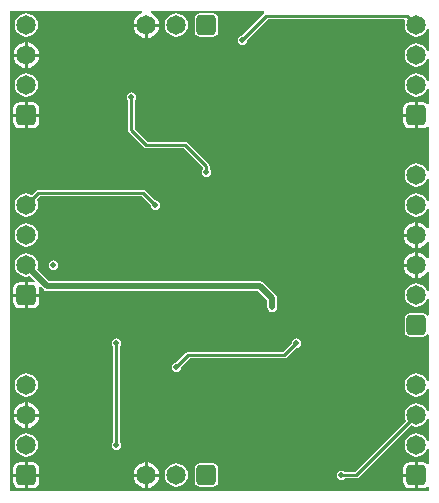
<source format=gbl>
G04 Layer_Physical_Order=2*
G04 Layer_Color=16711680*
%FSLAX25Y25*%
%MOIN*%
G70*
G01*
G75*
%ADD14C,0.01000*%
%ADD15C,0.06500*%
G04:AMPARAMS|DCode=16|XSize=65mil|YSize=65mil|CornerRadius=9.75mil|HoleSize=0mil|Usage=FLASHONLY|Rotation=0.000|XOffset=0mil|YOffset=0mil|HoleType=Round|Shape=RoundedRectangle|*
%AMROUNDEDRECTD16*
21,1,0.06500,0.04550,0,0,0.0*
21,1,0.04550,0.06500,0,0,0.0*
1,1,0.01950,0.02275,-0.02275*
1,1,0.01950,-0.02275,-0.02275*
1,1,0.01950,-0.02275,0.02275*
1,1,0.01950,0.02275,0.02275*
%
%ADD16ROUNDEDRECTD16*%
G04:AMPARAMS|DCode=17|XSize=65mil|YSize=65mil|CornerRadius=9.75mil|HoleSize=0mil|Usage=FLASHONLY|Rotation=90.000|XOffset=0mil|YOffset=0mil|HoleType=Round|Shape=RoundedRectangle|*
%AMROUNDEDRECTD17*
21,1,0.06500,0.04550,0,0,90.0*
21,1,0.04550,0.06500,0,0,90.0*
1,1,0.01950,0.02275,0.02275*
1,1,0.01950,0.02275,-0.02275*
1,1,0.01950,-0.02275,-0.02275*
1,1,0.01950,-0.02275,0.02275*
%
%ADD17ROUNDEDRECTD17*%
%ADD18C,0.01968*%
%ADD19C,0.02000*%
G36*
X89144Y164473D02*
X89207Y163793D01*
X89207Y163793D01*
X82024Y156610D01*
X82000Y156615D01*
X81382Y156492D01*
X80858Y156142D01*
X80508Y155618D01*
X80385Y155000D01*
X80508Y154382D01*
X80858Y153858D01*
X81382Y153508D01*
X82000Y153385D01*
X82618Y153508D01*
X83142Y153858D01*
X83492Y154382D01*
X83615Y155000D01*
X83610Y155024D01*
X90465Y161878D01*
X135961D01*
X136362Y161278D01*
X136249Y161005D01*
X136117Y160000D01*
X136249Y158995D01*
X136637Y158058D01*
X137254Y157254D01*
X138058Y156637D01*
X138995Y156249D01*
X140000Y156117D01*
X141005Y156249D01*
X141942Y156637D01*
X142746Y157254D01*
X143363Y158058D01*
X143635Y158716D01*
X144235Y158597D01*
Y151403D01*
X143635Y151284D01*
X143363Y151942D01*
X142746Y152746D01*
X141942Y153363D01*
X141005Y153751D01*
X140000Y153883D01*
X138995Y153751D01*
X138058Y153363D01*
X137254Y152746D01*
X136637Y151942D01*
X136249Y151005D01*
X136117Y150000D01*
X136249Y148995D01*
X136637Y148058D01*
X137254Y147254D01*
X138058Y146637D01*
X138995Y146249D01*
X140000Y146117D01*
X141005Y146249D01*
X141942Y146637D01*
X142746Y147254D01*
X143363Y148058D01*
X143635Y148716D01*
X144235Y148597D01*
Y141403D01*
X143635Y141284D01*
X143363Y141942D01*
X142746Y142746D01*
X141942Y143363D01*
X141005Y143751D01*
X140000Y143883D01*
X138995Y143751D01*
X138058Y143363D01*
X137254Y142746D01*
X136637Y141942D01*
X136249Y141005D01*
X136117Y140000D01*
X136249Y138995D01*
X136637Y138058D01*
X137254Y137254D01*
X138058Y136637D01*
X138995Y136249D01*
X140000Y136117D01*
X141005Y136249D01*
X141942Y136637D01*
X142746Y137254D01*
X143363Y138058D01*
X143635Y138716D01*
X144235Y138596D01*
Y133976D01*
X143922Y133814D01*
X143635Y133741D01*
X143046Y134135D01*
X142275Y134289D01*
X140500D01*
Y130000D01*
Y125711D01*
X142275D01*
X143046Y125865D01*
X143635Y126259D01*
X143922Y126186D01*
X144235Y126024D01*
Y111404D01*
X143635Y111284D01*
X143363Y111942D01*
X142746Y112746D01*
X141942Y113363D01*
X141005Y113751D01*
X140000Y113883D01*
X138995Y113751D01*
X138058Y113363D01*
X137254Y112746D01*
X136637Y111942D01*
X136249Y111005D01*
X136117Y110000D01*
X136249Y108995D01*
X136637Y108058D01*
X137254Y107254D01*
X138058Y106637D01*
X138995Y106249D01*
X140000Y106117D01*
X141005Y106249D01*
X141942Y106637D01*
X142746Y107254D01*
X143363Y108058D01*
X143635Y108716D01*
X144235Y108597D01*
Y101403D01*
X143635Y101284D01*
X143363Y101942D01*
X142746Y102746D01*
X141942Y103363D01*
X141005Y103751D01*
X140000Y103883D01*
X138995Y103751D01*
X138058Y103363D01*
X137254Y102746D01*
X136637Y101942D01*
X136249Y101005D01*
X136117Y100000D01*
X136249Y98995D01*
X136637Y98058D01*
X137254Y97254D01*
X138058Y96637D01*
X138995Y96249D01*
X140000Y96117D01*
X141005Y96249D01*
X141942Y96637D01*
X142746Y97254D01*
X143363Y98058D01*
X143635Y98716D01*
X144235Y98597D01*
Y92404D01*
X144033Y92303D01*
X143635Y92244D01*
X143031Y93031D01*
X142143Y93712D01*
X141110Y94141D01*
X140500Y94221D01*
Y90000D01*
Y85779D01*
X141110Y85859D01*
X142143Y86288D01*
X143031Y86969D01*
X143635Y87756D01*
X144033Y87697D01*
X144235Y87596D01*
Y82404D01*
X144033Y82303D01*
X143635Y82244D01*
X143031Y83031D01*
X142143Y83712D01*
X141110Y84141D01*
X140500Y84221D01*
Y80000D01*
Y75779D01*
X141110Y75859D01*
X142143Y76288D01*
X143031Y76969D01*
X143635Y77756D01*
X144033Y77697D01*
X144235Y77596D01*
Y71403D01*
X143635Y71284D01*
X143363Y71942D01*
X142746Y72746D01*
X141942Y73363D01*
X141005Y73751D01*
X140000Y73883D01*
X138995Y73751D01*
X138058Y73363D01*
X137254Y72746D01*
X136637Y71942D01*
X136249Y71005D01*
X136117Y70000D01*
X136249Y68995D01*
X136637Y68058D01*
X137254Y67254D01*
X138058Y66637D01*
X138995Y66249D01*
X140000Y66117D01*
X141005Y66249D01*
X141942Y66637D01*
X142746Y67254D01*
X143363Y68058D01*
X143635Y68716D01*
X144235Y68597D01*
Y63256D01*
X143635Y63074D01*
X143411Y63411D01*
X142889Y63759D01*
X142275Y63881D01*
X137725D01*
X137110Y63759D01*
X136590Y63411D01*
X136241Y62889D01*
X136119Y62275D01*
Y57725D01*
X136241Y57111D01*
X136590Y56590D01*
X137110Y56241D01*
X137725Y56119D01*
X142275D01*
X142889Y56241D01*
X143411Y56590D01*
X143635Y56926D01*
X144235Y56744D01*
Y41403D01*
X143635Y41284D01*
X143363Y41942D01*
X142746Y42746D01*
X141942Y43363D01*
X141005Y43751D01*
X140000Y43883D01*
X138995Y43751D01*
X138058Y43363D01*
X137254Y42746D01*
X136637Y41942D01*
X136249Y41005D01*
X136117Y40000D01*
X136249Y38995D01*
X136637Y38058D01*
X137254Y37254D01*
X138058Y36637D01*
X138995Y36249D01*
X140000Y36117D01*
X141005Y36249D01*
X141942Y36637D01*
X142746Y37254D01*
X143363Y38058D01*
X143635Y38716D01*
X144235Y38596D01*
Y31403D01*
X143635Y31284D01*
X143363Y31942D01*
X142746Y32746D01*
X141942Y33363D01*
X141005Y33751D01*
X140000Y33883D01*
X138995Y33751D01*
X138058Y33363D01*
X137254Y32746D01*
X136637Y31942D01*
X136249Y31005D01*
X136117Y30000D01*
X136249Y28995D01*
X136589Y28175D01*
X119535Y11122D01*
X116156D01*
X116142Y11142D01*
X115618Y11492D01*
X115000Y11615D01*
X114382Y11492D01*
X113858Y11142D01*
X113508Y10618D01*
X113385Y10000D01*
X113508Y9382D01*
X113858Y8858D01*
X114382Y8508D01*
X115000Y8385D01*
X115618Y8508D01*
X116142Y8858D01*
X116156Y8878D01*
X120000D01*
X120000Y8878D01*
X120429Y8964D01*
X120793Y9207D01*
X138175Y26589D01*
X138995Y26249D01*
X140000Y26117D01*
X141005Y26249D01*
X141942Y26637D01*
X142746Y27254D01*
X143363Y28058D01*
X143635Y28716D01*
X144235Y28596D01*
Y21404D01*
X143635Y21284D01*
X143363Y21942D01*
X142746Y22746D01*
X141942Y23363D01*
X141005Y23751D01*
X140000Y23883D01*
X138995Y23751D01*
X138058Y23363D01*
X137254Y22746D01*
X136637Y21942D01*
X136249Y21005D01*
X136117Y20000D01*
X136249Y18995D01*
X136637Y18058D01*
X137254Y17254D01*
X138058Y16637D01*
X138995Y16249D01*
X140000Y16117D01*
X141005Y16249D01*
X141942Y16637D01*
X142746Y17254D01*
X143363Y18058D01*
X143635Y18716D01*
X144235Y18597D01*
Y13976D01*
X143922Y13814D01*
X143635Y13741D01*
X143046Y14135D01*
X142275Y14289D01*
X140500D01*
Y10000D01*
Y5711D01*
X142275D01*
X143046Y5865D01*
X143635Y6259D01*
X143922Y6186D01*
X144235Y6024D01*
Y4702D01*
X4702D01*
Y164590D01*
X48407D01*
X48526Y163990D01*
X47857Y163712D01*
X46969Y163031D01*
X46288Y162143D01*
X45859Y161109D01*
X45779Y160500D01*
X50000D01*
X54221D01*
X54141Y161109D01*
X53712Y162143D01*
X53031Y163031D01*
X52143Y163712D01*
X51474Y163990D01*
X51593Y164590D01*
X89050D01*
X89144Y164473D01*
D02*
G37*
%LPC*%
G36*
X14221Y29500D02*
X10500D01*
Y25779D01*
X11109Y25859D01*
X12143Y26288D01*
X13031Y26969D01*
X13712Y27857D01*
X14141Y28890D01*
X14221Y29500D01*
D02*
G37*
G36*
X9500Y34221D02*
X8890Y34141D01*
X7857Y33712D01*
X6969Y33031D01*
X6288Y32143D01*
X5859Y31109D01*
X5779Y30500D01*
X9500D01*
Y34221D01*
D02*
G37*
G36*
X10500D02*
Y30500D01*
X14221D01*
X14141Y31109D01*
X13712Y32143D01*
X13031Y33031D01*
X12143Y33712D01*
X11109Y34141D01*
X10500Y34221D01*
D02*
G37*
G36*
X10000Y23883D02*
X8995Y23751D01*
X8058Y23363D01*
X7254Y22746D01*
X6637Y21942D01*
X6249Y21005D01*
X6117Y20000D01*
X6249Y18995D01*
X6637Y18058D01*
X7254Y17254D01*
X8058Y16637D01*
X8995Y16249D01*
X10000Y16117D01*
X11005Y16249D01*
X11942Y16637D01*
X12746Y17254D01*
X13363Y18058D01*
X13751Y18995D01*
X13883Y20000D01*
X13751Y21005D01*
X13363Y21942D01*
X12746Y22746D01*
X11942Y23363D01*
X11005Y23751D01*
X10000Y23883D01*
D02*
G37*
G36*
X40000Y55552D02*
X39382Y55429D01*
X38858Y55079D01*
X38508Y54555D01*
X38385Y53937D01*
X38508Y53319D01*
X38858Y52795D01*
X38878Y52781D01*
Y21156D01*
X38858Y21142D01*
X38508Y20618D01*
X38385Y20000D01*
X38508Y19382D01*
X38858Y18858D01*
X39382Y18508D01*
X40000Y18385D01*
X40618Y18508D01*
X41142Y18858D01*
X41492Y19382D01*
X41615Y20000D01*
X41492Y20618D01*
X41142Y21142D01*
X41122Y21156D01*
Y52781D01*
X41142Y52795D01*
X41492Y53319D01*
X41615Y53937D01*
X41492Y54555D01*
X41142Y55079D01*
X40618Y55429D01*
X40000Y55552D01*
D02*
G37*
G36*
X9500Y29500D02*
X5779D01*
X5859Y28890D01*
X6288Y27857D01*
X6969Y26969D01*
X7857Y26288D01*
X8890Y25859D01*
X9500Y25779D01*
Y29500D01*
D02*
G37*
G36*
X14289Y69500D02*
X10500D01*
Y65711D01*
X12275D01*
X13046Y65865D01*
X13699Y66301D01*
X14135Y66954D01*
X14289Y67725D01*
Y69500D01*
D02*
G37*
G36*
X9500Y74289D02*
X7725D01*
X6954Y74135D01*
X6301Y73699D01*
X5865Y73046D01*
X5711Y72275D01*
Y70500D01*
X9500D01*
Y74289D01*
D02*
G37*
G36*
X10000Y83883D02*
X8995Y83751D01*
X8058Y83363D01*
X7254Y82746D01*
X6637Y81942D01*
X6249Y81005D01*
X6117Y80000D01*
X6249Y78995D01*
X6637Y78058D01*
X7254Y77254D01*
X8058Y76637D01*
X8995Y76249D01*
X10000Y76117D01*
X11005Y76249D01*
X11315Y76378D01*
X12921Y74772D01*
X12625Y74219D01*
X12275Y74289D01*
X10500D01*
Y70500D01*
X14289D01*
Y72275D01*
X14219Y72625D01*
X14772Y72921D01*
X15846Y71846D01*
X16376Y71493D01*
X17000Y71369D01*
X87324D01*
X90369Y68324D01*
Y66000D01*
X90493Y65376D01*
X90847Y64846D01*
X91376Y64493D01*
X92000Y64369D01*
X92624Y64493D01*
X93154Y64846D01*
X93507Y65376D01*
X93631Y66000D01*
Y69000D01*
X93507Y69624D01*
X93154Y70153D01*
X89153Y74154D01*
X88624Y74507D01*
X88000Y74631D01*
X17676D01*
X13622Y78685D01*
X13751Y78995D01*
X13883Y80000D01*
X13751Y81005D01*
X13363Y81942D01*
X12746Y82746D01*
X11942Y83363D01*
X11005Y83751D01*
X10000Y83883D01*
D02*
G37*
G36*
Y43883D02*
X8995Y43751D01*
X8058Y43363D01*
X7254Y42746D01*
X6637Y41942D01*
X6249Y41005D01*
X6117Y40000D01*
X6249Y38995D01*
X6637Y38058D01*
X7254Y37254D01*
X8058Y36637D01*
X8995Y36249D01*
X10000Y36117D01*
X11005Y36249D01*
X11942Y36637D01*
X12746Y37254D01*
X13363Y38058D01*
X13751Y38995D01*
X13883Y40000D01*
X13751Y41005D01*
X13363Y41942D01*
X12746Y42746D01*
X11942Y43363D01*
X11005Y43751D01*
X10000Y43883D01*
D02*
G37*
G36*
X100000Y55615D02*
X99382Y55492D01*
X98858Y55142D01*
X98508Y54618D01*
X98385Y54000D01*
X98390Y53976D01*
X95535Y51122D01*
X64000D01*
X63571Y51036D01*
X63207Y50793D01*
X63207Y50793D01*
X60024Y47610D01*
X60000Y47615D01*
X59382Y47492D01*
X58858Y47142D01*
X58508Y46618D01*
X58385Y46000D01*
X58508Y45382D01*
X58858Y44858D01*
X59382Y44508D01*
X60000Y44385D01*
X60618Y44508D01*
X61142Y44858D01*
X61492Y45382D01*
X61615Y46000D01*
X61611Y46024D01*
X64465Y48878D01*
X96000D01*
X96000Y48878D01*
X96429Y48964D01*
X96793Y49207D01*
X99976Y52390D01*
X100000Y52385D01*
X100618Y52508D01*
X101142Y52858D01*
X101492Y53382D01*
X101615Y54000D01*
X101492Y54618D01*
X101142Y55142D01*
X100618Y55492D01*
X100000Y55615D01*
D02*
G37*
G36*
X9500Y69500D02*
X5711D01*
Y67725D01*
X5865Y66954D01*
X6301Y66301D01*
X6954Y65865D01*
X7725Y65711D01*
X9500D01*
Y69500D01*
D02*
G37*
G36*
X49500Y9500D02*
X45779D01*
X45859Y8890D01*
X46288Y7857D01*
X46969Y6969D01*
X47857Y6288D01*
X48891Y5859D01*
X49500Y5779D01*
Y9500D01*
D02*
G37*
G36*
X54221D02*
X50500D01*
Y5779D01*
X51109Y5859D01*
X52143Y6288D01*
X53031Y6969D01*
X53712Y7857D01*
X54141Y8890D01*
X54221Y9500D01*
D02*
G37*
G36*
X60000Y13883D02*
X58995Y13751D01*
X58058Y13363D01*
X57254Y12746D01*
X56637Y11942D01*
X56249Y11005D01*
X56117Y10000D01*
X56249Y8995D01*
X56637Y8058D01*
X57254Y7254D01*
X58058Y6637D01*
X58995Y6249D01*
X60000Y6117D01*
X61005Y6249D01*
X61942Y6637D01*
X62746Y7254D01*
X63363Y8058D01*
X63751Y8995D01*
X63883Y10000D01*
X63751Y11005D01*
X63363Y11942D01*
X62746Y12746D01*
X61942Y13363D01*
X61005Y13751D01*
X60000Y13883D01*
D02*
G37*
G36*
X9500Y9500D02*
X5711D01*
Y7725D01*
X5865Y6954D01*
X6301Y6301D01*
X6954Y5865D01*
X7725Y5711D01*
X9500D01*
Y9500D01*
D02*
G37*
G36*
X14289D02*
X10500D01*
Y5711D01*
X12275D01*
X13046Y5865D01*
X13699Y6301D01*
X14135Y6954D01*
X14289Y7725D01*
Y9500D01*
D02*
G37*
G36*
X139500D02*
X135711D01*
Y7725D01*
X135865Y6954D01*
X136301Y6301D01*
X136954Y5865D01*
X137725Y5711D01*
X139500D01*
Y9500D01*
D02*
G37*
G36*
X12275Y14289D02*
X10500D01*
Y10500D01*
X14289D01*
Y12275D01*
X14135Y13046D01*
X13699Y13699D01*
X13046Y14135D01*
X12275Y14289D01*
D02*
G37*
G36*
X139500D02*
X137725D01*
X136954Y14135D01*
X136301Y13699D01*
X135865Y13046D01*
X135711Y12275D01*
Y10500D01*
X139500D01*
Y14289D01*
D02*
G37*
G36*
X50500Y14221D02*
Y10500D01*
X54221D01*
X54141Y11109D01*
X53712Y12143D01*
X53031Y13031D01*
X52143Y13712D01*
X51109Y14141D01*
X50500Y14221D01*
D02*
G37*
G36*
X72275Y13881D02*
X67725D01*
X67111Y13759D01*
X66589Y13410D01*
X66241Y12889D01*
X66119Y12275D01*
Y7725D01*
X66241Y7111D01*
X66589Y6589D01*
X67111Y6241D01*
X67725Y6119D01*
X72275D01*
X72890Y6241D01*
X73410Y6589D01*
X73759Y7111D01*
X73881Y7725D01*
Y12275D01*
X73759Y12889D01*
X73410Y13410D01*
X72890Y13759D01*
X72275Y13881D01*
D02*
G37*
G36*
X49500Y14221D02*
X48891Y14141D01*
X47857Y13712D01*
X46969Y13031D01*
X46288Y12143D01*
X45859Y11109D01*
X45779Y10500D01*
X49500D01*
Y14221D01*
D02*
G37*
G36*
X9500Y14289D02*
X7725D01*
X6954Y14135D01*
X6301Y13699D01*
X5865Y13046D01*
X5711Y12275D01*
Y10500D01*
X9500D01*
Y14289D01*
D02*
G37*
G36*
Y149500D02*
X5779D01*
X5859Y148890D01*
X6288Y147857D01*
X6969Y146969D01*
X7857Y146288D01*
X8890Y145859D01*
X9500Y145779D01*
Y149500D01*
D02*
G37*
G36*
X14221D02*
X10500D01*
Y145779D01*
X11109Y145859D01*
X12143Y146288D01*
X13031Y146969D01*
X13712Y147857D01*
X14141Y148890D01*
X14221Y149500D01*
D02*
G37*
G36*
X9500Y154221D02*
X8890Y154141D01*
X7857Y153712D01*
X6969Y153031D01*
X6288Y152143D01*
X5859Y151110D01*
X5779Y150500D01*
X9500D01*
Y154221D01*
D02*
G37*
G36*
X12275Y134289D02*
X10500D01*
Y130500D01*
X14289D01*
Y132275D01*
X14135Y133046D01*
X13699Y133699D01*
X13046Y134135D01*
X12275Y134289D01*
D02*
G37*
G36*
X139500D02*
X137725D01*
X136954Y134135D01*
X136301Y133699D01*
X135865Y133046D01*
X135711Y132275D01*
Y130500D01*
X139500D01*
Y134289D01*
D02*
G37*
G36*
X10000Y143883D02*
X8995Y143751D01*
X8058Y143363D01*
X7254Y142746D01*
X6637Y141942D01*
X6249Y141005D01*
X6117Y140000D01*
X6249Y138995D01*
X6637Y138058D01*
X7254Y137254D01*
X8058Y136637D01*
X8995Y136249D01*
X10000Y136117D01*
X11005Y136249D01*
X11942Y136637D01*
X12746Y137254D01*
X13363Y138058D01*
X13751Y138995D01*
X13883Y140000D01*
X13751Y141005D01*
X13363Y141942D01*
X12746Y142746D01*
X11942Y143363D01*
X11005Y143751D01*
X10000Y143883D01*
D02*
G37*
G36*
Y163883D02*
X8995Y163751D01*
X8058Y163363D01*
X7254Y162746D01*
X6637Y161942D01*
X6249Y161005D01*
X6117Y160000D01*
X6249Y158995D01*
X6637Y158058D01*
X7254Y157254D01*
X8058Y156637D01*
X8995Y156249D01*
X10000Y156117D01*
X11005Y156249D01*
X11942Y156637D01*
X12746Y157254D01*
X13363Y158058D01*
X13751Y158995D01*
X13883Y160000D01*
X13751Y161005D01*
X13363Y161942D01*
X12746Y162746D01*
X11942Y163363D01*
X11005Y163751D01*
X10000Y163883D01*
D02*
G37*
G36*
X60000D02*
X58995Y163751D01*
X58058Y163363D01*
X57254Y162746D01*
X56637Y161942D01*
X56249Y161005D01*
X56117Y160000D01*
X56249Y158995D01*
X56637Y158058D01*
X57254Y157254D01*
X58058Y156637D01*
X58995Y156249D01*
X60000Y156117D01*
X61005Y156249D01*
X61942Y156637D01*
X62746Y157254D01*
X63363Y158058D01*
X63751Y158995D01*
X63883Y160000D01*
X63751Y161005D01*
X63363Y161942D01*
X62746Y162746D01*
X61942Y163363D01*
X61005Y163751D01*
X60000Y163883D01*
D02*
G37*
G36*
X72275Y163881D02*
X67725D01*
X67111Y163759D01*
X66589Y163410D01*
X66241Y162890D01*
X66119Y162275D01*
Y157725D01*
X66241Y157111D01*
X66589Y156589D01*
X67111Y156241D01*
X67725Y156119D01*
X72275D01*
X72890Y156241D01*
X73410Y156589D01*
X73759Y157111D01*
X73881Y157725D01*
Y162275D01*
X73759Y162890D01*
X73410Y163410D01*
X72890Y163759D01*
X72275Y163881D01*
D02*
G37*
G36*
X10500Y154221D02*
Y150500D01*
X14221D01*
X14141Y151110D01*
X13712Y152143D01*
X13031Y153031D01*
X12143Y153712D01*
X11109Y154141D01*
X10500Y154221D01*
D02*
G37*
G36*
X49500Y159500D02*
X45779D01*
X45859Y158890D01*
X46288Y157857D01*
X46969Y156969D01*
X47857Y156288D01*
X48891Y155859D01*
X49500Y155779D01*
Y159500D01*
D02*
G37*
G36*
X54221D02*
X50500D01*
Y155779D01*
X51109Y155859D01*
X52143Y156288D01*
X53031Y156969D01*
X53712Y157857D01*
X54141Y158890D01*
X54221Y159500D01*
D02*
G37*
G36*
X139500Y89500D02*
X135779D01*
X135859Y88890D01*
X136288Y87857D01*
X136969Y86969D01*
X137857Y86288D01*
X138891Y85859D01*
X139500Y85779D01*
Y89500D01*
D02*
G37*
G36*
X10000Y93883D02*
X8995Y93751D01*
X8058Y93363D01*
X7254Y92746D01*
X6637Y91942D01*
X6249Y91005D01*
X6117Y90000D01*
X6249Y88995D01*
X6637Y88058D01*
X7254Y87254D01*
X8058Y86637D01*
X8995Y86249D01*
X10000Y86117D01*
X11005Y86249D01*
X11942Y86637D01*
X12746Y87254D01*
X13363Y88058D01*
X13751Y88995D01*
X13883Y90000D01*
X13751Y91005D01*
X13363Y91942D01*
X12746Y92746D01*
X11942Y93363D01*
X11005Y93751D01*
X10000Y93883D01*
D02*
G37*
G36*
X139500Y94221D02*
X138891Y94141D01*
X137857Y93712D01*
X136969Y93031D01*
X136288Y92143D01*
X135859Y91110D01*
X135779Y90500D01*
X139500D01*
Y94221D01*
D02*
G37*
G36*
Y79500D02*
X135779D01*
X135859Y78891D01*
X136288Y77857D01*
X136969Y76969D01*
X137857Y76288D01*
X138891Y75859D01*
X139500Y75779D01*
Y79500D01*
D02*
G37*
G36*
X19000Y81615D02*
X18382Y81492D01*
X17858Y81142D01*
X17508Y80618D01*
X17385Y80000D01*
X17508Y79382D01*
X17858Y78858D01*
X18382Y78508D01*
X19000Y78385D01*
X19618Y78508D01*
X20142Y78858D01*
X20492Y79382D01*
X20615Y80000D01*
X20492Y80618D01*
X20142Y81142D01*
X19618Y81492D01*
X19000Y81615D01*
D02*
G37*
G36*
X139500Y84221D02*
X138891Y84141D01*
X137857Y83712D01*
X136969Y83031D01*
X136288Y82143D01*
X135859Y81109D01*
X135779Y80500D01*
X139500D01*
Y84221D01*
D02*
G37*
G36*
X14289Y129500D02*
X10500D01*
Y125711D01*
X12275D01*
X13046Y125865D01*
X13699Y126301D01*
X14135Y126954D01*
X14289Y127725D01*
Y129500D01*
D02*
G37*
G36*
X139500D02*
X135711D01*
Y127725D01*
X135865Y126954D01*
X136301Y126301D01*
X136954Y125865D01*
X137725Y125711D01*
X139500D01*
Y129500D01*
D02*
G37*
G36*
X9500Y134289D02*
X7725D01*
X6954Y134135D01*
X6301Y133699D01*
X5865Y133046D01*
X5711Y132275D01*
Y130500D01*
X9500D01*
Y134289D01*
D02*
G37*
G36*
X49000Y105122D02*
X49000Y105122D01*
X14000D01*
X13571Y105036D01*
X13207Y104793D01*
X13207Y104793D01*
X11825Y103411D01*
X11005Y103751D01*
X10000Y103883D01*
X8995Y103751D01*
X8058Y103363D01*
X7254Y102746D01*
X6637Y101942D01*
X6249Y101005D01*
X6117Y100000D01*
X6249Y98995D01*
X6637Y98058D01*
X7254Y97254D01*
X8058Y96637D01*
X8995Y96249D01*
X10000Y96117D01*
X11005Y96249D01*
X11942Y96637D01*
X12746Y97254D01*
X13363Y98058D01*
X13751Y98995D01*
X13883Y100000D01*
X13751Y101005D01*
X13411Y101825D01*
X14465Y102878D01*
X48535D01*
X51389Y100024D01*
X51385Y100000D01*
X51508Y99382D01*
X51858Y98858D01*
X52382Y98508D01*
X53000Y98385D01*
X53618Y98508D01*
X54142Y98858D01*
X54492Y99382D01*
X54615Y100000D01*
X54492Y100618D01*
X54142Y101142D01*
X53618Y101492D01*
X53000Y101615D01*
X52976Y101611D01*
X49793Y104793D01*
X49429Y105036D01*
X49000Y105122D01*
D02*
G37*
G36*
X45000Y137615D02*
X44382Y137492D01*
X43858Y137142D01*
X43508Y136618D01*
X43385Y136000D01*
X43508Y135382D01*
X43858Y134858D01*
X43878Y134844D01*
Y125000D01*
X43878Y125000D01*
X43964Y124571D01*
X44207Y124207D01*
X49207Y119207D01*
X49207Y119207D01*
X49571Y118964D01*
X50000Y118878D01*
X50000Y118878D01*
X62535D01*
X68724Y112690D01*
X68858Y112142D01*
X68508Y111618D01*
X68385Y111000D01*
X68508Y110382D01*
X68858Y109858D01*
X69382Y109508D01*
X70000Y109385D01*
X70618Y109508D01*
X71142Y109858D01*
X71492Y110382D01*
X71615Y111000D01*
X71492Y111618D01*
X71142Y112142D01*
X71122Y112156D01*
Y113000D01*
X71036Y113429D01*
X70793Y113793D01*
X70793Y113793D01*
X63793Y120793D01*
X63429Y121036D01*
X63000Y121122D01*
X63000Y121122D01*
X50465D01*
X46122Y125465D01*
Y134844D01*
X46142Y134858D01*
X46492Y135382D01*
X46615Y136000D01*
X46492Y136618D01*
X46142Y137142D01*
X45618Y137492D01*
X45000Y137615D01*
D02*
G37*
G36*
X9500Y129500D02*
X5711D01*
Y127725D01*
X5865Y126954D01*
X6301Y126301D01*
X6954Y125865D01*
X7725Y125711D01*
X9500D01*
Y129500D01*
D02*
G37*
%LPD*%
D14*
X63000Y120000D02*
X70000Y113000D01*
Y111000D02*
Y113000D01*
X115000Y10000D02*
X120000D01*
X140000Y30000D01*
X96000Y50000D02*
X100000Y54000D01*
X64000Y50000D02*
X96000D01*
X60000Y46000D02*
X64000Y50000D01*
X40000Y20000D02*
Y53937D01*
X49000Y104000D02*
X53000Y100000D01*
X14000Y104000D02*
X49000D01*
X10000Y100000D02*
X14000Y104000D01*
X50000Y120000D02*
X63000D01*
X45000Y125000D02*
X50000Y120000D01*
X45000Y125000D02*
Y136000D01*
X137000Y163000D02*
X140000Y160000D01*
X90000Y163000D02*
X137000D01*
X82000Y155000D02*
X90000Y163000D01*
D15*
X140000Y90000D02*
D03*
Y80000D02*
D03*
Y70000D02*
D03*
Y100000D02*
D03*
Y110000D02*
D03*
X50000Y160000D02*
D03*
X60000D02*
D03*
Y10000D02*
D03*
X50000D02*
D03*
X140000Y160000D02*
D03*
Y150000D02*
D03*
Y140000D02*
D03*
X10000D02*
D03*
Y150000D02*
D03*
Y160000D02*
D03*
Y40000D02*
D03*
Y30000D02*
D03*
Y20000D02*
D03*
X140000D02*
D03*
Y30000D02*
D03*
Y40000D02*
D03*
X10000Y100000D02*
D03*
Y90000D02*
D03*
Y80000D02*
D03*
D16*
X140000Y60000D02*
D03*
Y130000D02*
D03*
X10000D02*
D03*
Y10000D02*
D03*
X140000D02*
D03*
X10000Y70000D02*
D03*
D17*
X70000Y160000D02*
D03*
Y10000D02*
D03*
D18*
X130000Y111000D02*
D03*
X70000D02*
D03*
X131000Y154000D02*
D03*
X116000Y144000D02*
D03*
X80000Y110000D02*
D03*
X95000D02*
D03*
X71000Y40000D02*
D03*
X131000Y27000D02*
D03*
X121000Y51000D02*
D03*
X115000Y10000D02*
D03*
X97000D02*
D03*
X41000Y115000D02*
D03*
X111000Y35000D02*
D03*
X102000Y30000D02*
D03*
X100000Y54000D02*
D03*
X60000Y46000D02*
D03*
X50000D02*
D03*
X40000Y20000D02*
D03*
Y53937D02*
D03*
X84000Y34000D02*
D03*
X64000Y24000D02*
D03*
X53000Y100000D02*
D03*
X39000Y70000D02*
D03*
Y80000D02*
D03*
Y100000D02*
D03*
X87000Y82000D02*
D03*
X63000Y88063D02*
D03*
X124937Y83063D02*
D03*
Y87063D02*
D03*
X107000Y76000D02*
D03*
X92000Y69000D02*
D03*
X19000Y80000D02*
D03*
X43000Y88000D02*
D03*
X53000D02*
D03*
X84000Y136000D02*
D03*
X64000Y146000D02*
D03*
X55000Y129000D02*
D03*
X45000Y136000D02*
D03*
X82000Y155000D02*
D03*
X93000Y160000D02*
D03*
X111000D02*
D03*
X92000Y66000D02*
D03*
D19*
X88000Y73000D02*
X92000Y69000D01*
X17000Y73000D02*
X88000D01*
X10000Y80000D02*
X17000Y73000D01*
X92000Y66000D02*
Y69000D01*
M02*

</source>
